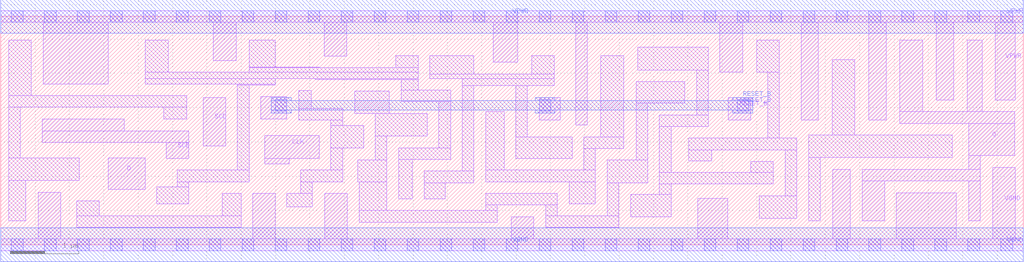
<source format=lef>
# Copyright 2020 The SkyWater PDK Authors
#
# Licensed under the Apache License, Version 2.0 (the "License");
# you may not use this file except in compliance with the License.
# You may obtain a copy of the License at
#
#     https://www.apache.org/licenses/LICENSE-2.0
#
# Unless required by applicable law or agreed to in writing, software
# distributed under the License is distributed on an "AS IS" BASIS,
# WITHOUT WARRANTIES OR CONDITIONS OF ANY KIND, either express or implied.
# See the License for the specific language governing permissions and
# limitations under the License.
#
# SPDX-License-Identifier: Apache-2.0

VERSION 5.7 ;
  NAMESCASESENSITIVE ON ;
  NOWIREEXTENSIONATPIN ON ;
  DIVIDERCHAR "/" ;
  BUSBITCHARS "[]" ;
UNITS
  DATABASE MICRONS 200 ;
END UNITS
MACRO sky130_fd_sc_ls__sdfrtp_4
  CLASS CORE ;
  SOURCE USER ;
  FOREIGN sky130_fd_sc_ls__sdfrtp_4 ;
  ORIGIN  0.000000  0.000000 ;
  SIZE  14.88000 BY  3.330000 ;
  SYMMETRY X Y R90 ;
  SITE unit ;
  PIN D
    ANTENNAGATEAREA  0.159000 ;
    DIRECTION INPUT ;
    USE SIGNAL ;
    PORT
      LAYER li1 ;
        RECT 1.565000 0.810000 2.100000 1.265000 ;
    END
  END D
  PIN Q
    ANTENNADIFFAREA  1.086400 ;
    DIRECTION OUTPUT ;
    USE SIGNAL ;
    PORT
      LAYER li1 ;
        RECT 12.535000 0.350000 12.865000 0.930000 ;
        RECT 12.535000 0.930000 14.255000 1.100000 ;
        RECT 13.085000 1.770000 14.755000 1.940000 ;
        RECT 13.085000 1.940000 13.415000 2.980000 ;
        RECT 14.065000 1.940000 14.280000 2.980000 ;
        RECT 14.085000 0.350000 14.255000 0.930000 ;
        RECT 14.085000 1.100000 14.255000 1.300000 ;
        RECT 14.085000 1.300000 14.755000 1.770000 ;
    END
  END Q
  PIN RESET_B
    ANTENNAGATEAREA  0.411000 ;
    DIRECTION INPUT ;
    USE SIGNAL ;
    PORT
      LAYER li1 ;
        RECT  3.785000 1.830000  4.165000 2.160000 ;
        RECT  7.835000 1.820000  8.145000 2.150000 ;
        RECT 10.585000 1.820000 10.915000 2.150000 ;
      LAYER mcon ;
        RECT  3.995000 1.950000  4.165000 2.120000 ;
        RECT  7.835000 1.950000  8.005000 2.120000 ;
        RECT 10.715000 1.950000 10.885000 2.120000 ;
      LAYER met1 ;
        RECT  3.935000 1.920000  4.225000 1.965000 ;
        RECT  3.935000 1.965000 10.945000 2.105000 ;
        RECT  3.935000 2.105000  4.225000 2.150000 ;
        RECT  7.775000 1.920000  8.065000 1.965000 ;
        RECT  7.775000 2.105000  8.065000 2.150000 ;
        RECT 10.655000 1.920000 10.945000 1.965000 ;
        RECT 10.655000 2.105000 10.945000 2.150000 ;
    END
  END RESET_B
  PIN SCD
    ANTENNAGATEAREA  0.159000 ;
    DIRECTION INPUT ;
    USE SIGNAL ;
    PORT
      LAYER li1 ;
        RECT 2.945000 1.440000 3.275000 2.150000 ;
    END
  END SCD
  PIN SCE
    ANTENNAGATEAREA  0.318000 ;
    DIRECTION INPUT ;
    USE SIGNAL ;
    PORT
      LAYER li1 ;
        RECT 0.605000 1.490000 2.735000 1.660000 ;
        RECT 0.605000 1.660000 1.795000 1.835000 ;
        RECT 2.405000 1.260000 2.735000 1.490000 ;
    END
  END SCE
  PIN CLK
    ANTENNAGATEAREA  0.261000 ;
    DIRECTION INPUT ;
    USE CLOCK ;
    PORT
      LAYER li1 ;
        RECT 3.840000 1.180000 4.195000 1.260000 ;
        RECT 3.840000 1.260000 4.635000 1.590000 ;
    END
  END CLK
  PIN VGND
    DIRECTION INOUT ;
    SHAPE ABUTMENT ;
    USE GROUND ;
    PORT
      LAYER li1 ;
        RECT  0.000000 -0.085000 14.880000 0.085000 ;
        RECT  0.545000  0.085000  0.875000 0.765000 ;
        RECT  3.670000  0.085000  3.995000 0.750000 ;
        RECT  4.715000  0.085000  5.045000 0.750000 ;
        RECT  7.430000  0.085000  7.760000 0.410000 ;
        RECT 10.140000  0.085000 10.580000 0.680000 ;
        RECT 12.105000  0.085000 12.365000 1.100000 ;
        RECT 13.035000  0.085000 13.905000 0.760000 ;
        RECT 14.435000  0.085000 14.765000 1.130000 ;
      LAYER mcon ;
        RECT  0.155000 -0.085000  0.325000 0.085000 ;
        RECT  0.635000 -0.085000  0.805000 0.085000 ;
        RECT  1.115000 -0.085000  1.285000 0.085000 ;
        RECT  1.595000 -0.085000  1.765000 0.085000 ;
        RECT  2.075000 -0.085000  2.245000 0.085000 ;
        RECT  2.555000 -0.085000  2.725000 0.085000 ;
        RECT  3.035000 -0.085000  3.205000 0.085000 ;
        RECT  3.515000 -0.085000  3.685000 0.085000 ;
        RECT  3.995000 -0.085000  4.165000 0.085000 ;
        RECT  4.475000 -0.085000  4.645000 0.085000 ;
        RECT  4.955000 -0.085000  5.125000 0.085000 ;
        RECT  5.435000 -0.085000  5.605000 0.085000 ;
        RECT  5.915000 -0.085000  6.085000 0.085000 ;
        RECT  6.395000 -0.085000  6.565000 0.085000 ;
        RECT  6.875000 -0.085000  7.045000 0.085000 ;
        RECT  7.355000 -0.085000  7.525000 0.085000 ;
        RECT  7.835000 -0.085000  8.005000 0.085000 ;
        RECT  8.315000 -0.085000  8.485000 0.085000 ;
        RECT  8.795000 -0.085000  8.965000 0.085000 ;
        RECT  9.275000 -0.085000  9.445000 0.085000 ;
        RECT  9.755000 -0.085000  9.925000 0.085000 ;
        RECT 10.235000 -0.085000 10.405000 0.085000 ;
        RECT 10.715000 -0.085000 10.885000 0.085000 ;
        RECT 11.195000 -0.085000 11.365000 0.085000 ;
        RECT 11.675000 -0.085000 11.845000 0.085000 ;
        RECT 12.155000 -0.085000 12.325000 0.085000 ;
        RECT 12.635000 -0.085000 12.805000 0.085000 ;
        RECT 13.115000 -0.085000 13.285000 0.085000 ;
        RECT 13.595000 -0.085000 13.765000 0.085000 ;
        RECT 14.075000 -0.085000 14.245000 0.085000 ;
        RECT 14.555000 -0.085000 14.725000 0.085000 ;
      LAYER met1 ;
        RECT 0.000000 -0.245000 14.880000 0.245000 ;
    END
  END VGND
  PIN VPWR
    DIRECTION INOUT ;
    SHAPE ABUTMENT ;
    USE POWER ;
    PORT
      LAYER li1 ;
        RECT  0.000000 3.245000 14.880000 3.415000 ;
        RECT  0.615000 2.345000  1.565000 3.245000 ;
        RECT  3.095000 2.685000  3.425000 3.245000 ;
        RECT  4.705000 2.750000  5.035000 3.245000 ;
        RECT  7.170000 2.660000  7.520000 3.245000 ;
        RECT  8.365000 1.745000  8.535000 3.245000 ;
        RECT 10.465000 2.520000 10.795000 3.245000 ;
        RECT 11.650000 1.820000 11.900000 3.245000 ;
        RECT 12.635000 1.820000 12.885000 3.245000 ;
        RECT 13.615000 2.110000 13.865000 3.245000 ;
        RECT 14.470000 2.110000 14.765000 3.245000 ;
      LAYER mcon ;
        RECT  0.155000 3.245000  0.325000 3.415000 ;
        RECT  0.635000 3.245000  0.805000 3.415000 ;
        RECT  1.115000 3.245000  1.285000 3.415000 ;
        RECT  1.595000 3.245000  1.765000 3.415000 ;
        RECT  2.075000 3.245000  2.245000 3.415000 ;
        RECT  2.555000 3.245000  2.725000 3.415000 ;
        RECT  3.035000 3.245000  3.205000 3.415000 ;
        RECT  3.515000 3.245000  3.685000 3.415000 ;
        RECT  3.995000 3.245000  4.165000 3.415000 ;
        RECT  4.475000 3.245000  4.645000 3.415000 ;
        RECT  4.955000 3.245000  5.125000 3.415000 ;
        RECT  5.435000 3.245000  5.605000 3.415000 ;
        RECT  5.915000 3.245000  6.085000 3.415000 ;
        RECT  6.395000 3.245000  6.565000 3.415000 ;
        RECT  6.875000 3.245000  7.045000 3.415000 ;
        RECT  7.355000 3.245000  7.525000 3.415000 ;
        RECT  7.835000 3.245000  8.005000 3.415000 ;
        RECT  8.315000 3.245000  8.485000 3.415000 ;
        RECT  8.795000 3.245000  8.965000 3.415000 ;
        RECT  9.275000 3.245000  9.445000 3.415000 ;
        RECT  9.755000 3.245000  9.925000 3.415000 ;
        RECT 10.235000 3.245000 10.405000 3.415000 ;
        RECT 10.715000 3.245000 10.885000 3.415000 ;
        RECT 11.195000 3.245000 11.365000 3.415000 ;
        RECT 11.675000 3.245000 11.845000 3.415000 ;
        RECT 12.155000 3.245000 12.325000 3.415000 ;
        RECT 12.635000 3.245000 12.805000 3.415000 ;
        RECT 13.115000 3.245000 13.285000 3.415000 ;
        RECT 13.595000 3.245000 13.765000 3.415000 ;
        RECT 14.075000 3.245000 14.245000 3.415000 ;
        RECT 14.555000 3.245000 14.725000 3.415000 ;
      LAYER met1 ;
        RECT 0.000000 3.085000 14.880000 3.575000 ;
    END
  END VPWR
  OBS
    LAYER li1 ;
      RECT  0.115000 0.350000  0.365000 0.935000 ;
      RECT  0.115000 0.935000  1.140000 1.265000 ;
      RECT  0.115000 1.265000  0.285000 2.005000 ;
      RECT  0.115000 2.005000  2.705000 2.175000 ;
      RECT  0.115000 2.175000  0.445000 2.980000 ;
      RECT  1.105000 0.255000  3.500000 0.425000 ;
      RECT  1.105000 0.425000  1.435000 0.640000 ;
      RECT  2.105000 2.345000  3.995000 2.420000 ;
      RECT  2.105000 2.420000  6.075000 2.515000 ;
      RECT  2.105000 2.515000  2.435000 2.980000 ;
      RECT  2.270000 0.595000  2.735000 0.845000 ;
      RECT  2.375000 1.830000  2.705000 2.005000 ;
      RECT  2.565000 0.845000  2.735000 0.920000 ;
      RECT  2.565000 0.920000  3.615000 1.090000 ;
      RECT  3.225000 0.425000  3.500000 0.750000 ;
      RECT  3.445000 1.090000  3.615000 2.330000 ;
      RECT  3.445000 2.330000  3.995000 2.345000 ;
      RECT  3.615000 2.515000  6.075000 2.580000 ;
      RECT  3.615000 2.580000  4.645000 2.590000 ;
      RECT  3.615000 2.590000  3.995000 2.980000 ;
      RECT  4.165000 0.550000  4.535000 0.750000 ;
      RECT  4.335000 1.820000  4.975000 1.990000 ;
      RECT  4.335000 1.990000  4.515000 2.250000 ;
      RECT  4.365000 0.750000  4.535000 0.920000 ;
      RECT  4.365000 0.920000  4.975000 1.090000 ;
      RECT  4.580000 2.410000  6.075000 2.420000 ;
      RECT  4.805000 1.090000  4.975000 1.410000 ;
      RECT  4.805000 1.410000  5.280000 1.740000 ;
      RECT  4.805000 1.740000  4.975000 1.820000 ;
      RECT  5.155000 1.910000  6.205000 1.915000 ;
      RECT  5.155000 1.915000  5.655000 2.240000 ;
      RECT  5.195000 0.920000  5.620000 1.240000 ;
      RECT  5.215000 0.330000  7.225000 0.500000 ;
      RECT  5.215000 0.500000  5.620000 0.920000 ;
      RECT  5.450000 1.240000  5.620000 1.585000 ;
      RECT  5.450000 1.585000  6.205000 1.910000 ;
      RECT  5.745000 2.580000  6.075000 2.755000 ;
      RECT  5.790000 0.670000  5.990000 1.245000 ;
      RECT  5.790000 1.245000  6.545000 1.415000 ;
      RECT  5.825000 2.085000  6.545000 2.255000 ;
      RECT  5.825000 2.255000  6.075000 2.410000 ;
      RECT  6.160000 0.670000  6.470000 0.905000 ;
      RECT  6.160000 0.905000  6.885000 1.075000 ;
      RECT  6.245000 2.425000  8.055000 2.490000 ;
      RECT  6.245000 2.490000  6.885000 2.755000 ;
      RECT  6.375000 1.415000  6.545000 2.085000 ;
      RECT  6.715000 1.075000  6.885000 2.320000 ;
      RECT  6.715000 2.320000  8.055000 2.425000 ;
      RECT  7.055000 0.500000  7.225000 0.580000 ;
      RECT  7.055000 0.580000  8.100000 0.750000 ;
      RECT  7.055000 0.920000  8.655000 1.090000 ;
      RECT  7.055000 1.090000  7.325000 1.945000 ;
      RECT  7.495000 1.260000  8.315000 1.575000 ;
      RECT  7.495000 1.575000  7.665000 2.320000 ;
      RECT  7.725000 2.490000  8.055000 2.755000 ;
      RECT  7.930000 0.255000  8.995000 0.425000 ;
      RECT  7.930000 0.425000  8.100000 0.580000 ;
      RECT  8.270000 0.595000  8.655000 0.920000 ;
      RECT  8.485000 1.090000  8.655000 1.405000 ;
      RECT  8.485000 1.405000  9.065000 1.575000 ;
      RECT  8.735000 1.575000  9.065000 2.755000 ;
      RECT  8.825000 0.425000  8.995000 0.905000 ;
      RECT  8.825000 0.905000  9.415000 1.235000 ;
      RECT  9.165000 0.405000  9.755000 0.735000 ;
      RECT  9.245000 1.235000  9.415000 2.065000 ;
      RECT  9.245000 2.065000  9.955000 2.380000 ;
      RECT  9.270000 2.550000 10.295000 2.880000 ;
      RECT  9.585000 0.735000  9.755000 0.885000 ;
      RECT  9.585000 0.885000 11.245000 1.055000 ;
      RECT  9.585000 1.055000  9.755000 1.725000 ;
      RECT  9.585000 1.725000 10.295000 1.895000 ;
      RECT 10.015000 1.225000 10.345000 1.385000 ;
      RECT 10.015000 1.385000 11.585000 1.555000 ;
      RECT 10.125000 1.895000 10.295000 2.550000 ;
      RECT 10.915000 1.055000 11.245000 1.215000 ;
      RECT 11.000000 2.520000 11.330000 2.980000 ;
      RECT 11.040000 0.385000 11.585000 0.715000 ;
      RECT 11.160000 1.555000 11.330000 2.520000 ;
      RECT 11.415000 0.715000 11.585000 1.385000 ;
      RECT 11.755000 0.350000 11.925000 1.270000 ;
      RECT 11.755000 1.270000 13.850000 1.600000 ;
      RECT 12.100000 1.600000 12.430000 2.700000 ;
  END
END sky130_fd_sc_ls__sdfrtp_4

</source>
